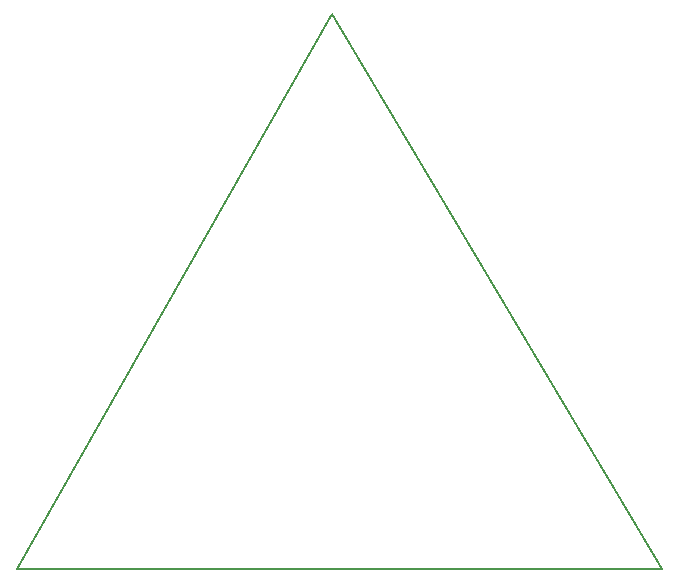
<source format=gbr>
%TF.GenerationSoftware,KiCad,Pcbnew,7.0.9*%
%TF.CreationDate,2023-11-20T12:38:18-05:00*%
%TF.ProjectId,brobot_v1,62726f62-6f74-45f7-9631-2e6b69636164,rev?*%
%TF.SameCoordinates,Original*%
%TF.FileFunction,Profile,NP*%
%FSLAX46Y46*%
G04 Gerber Fmt 4.6, Leading zero omitted, Abs format (unit mm)*
G04 Created by KiCad (PCBNEW 7.0.9) date 2023-11-20 12:38:18*
%MOMM*%
%LPD*%
G01*
G04 APERTURE LIST*
%TA.AperFunction,Profile*%
%ADD10C,0.152400*%
%TD*%
G04 APERTURE END LIST*
D10*
X121196100Y-128498600D02*
X175806100Y-128498600D01*
X175806100Y-128498600D02*
X147866100Y-81508600D01*
X147866100Y-81508600D02*
X121196100Y-128498600D01*
M02*

</source>
